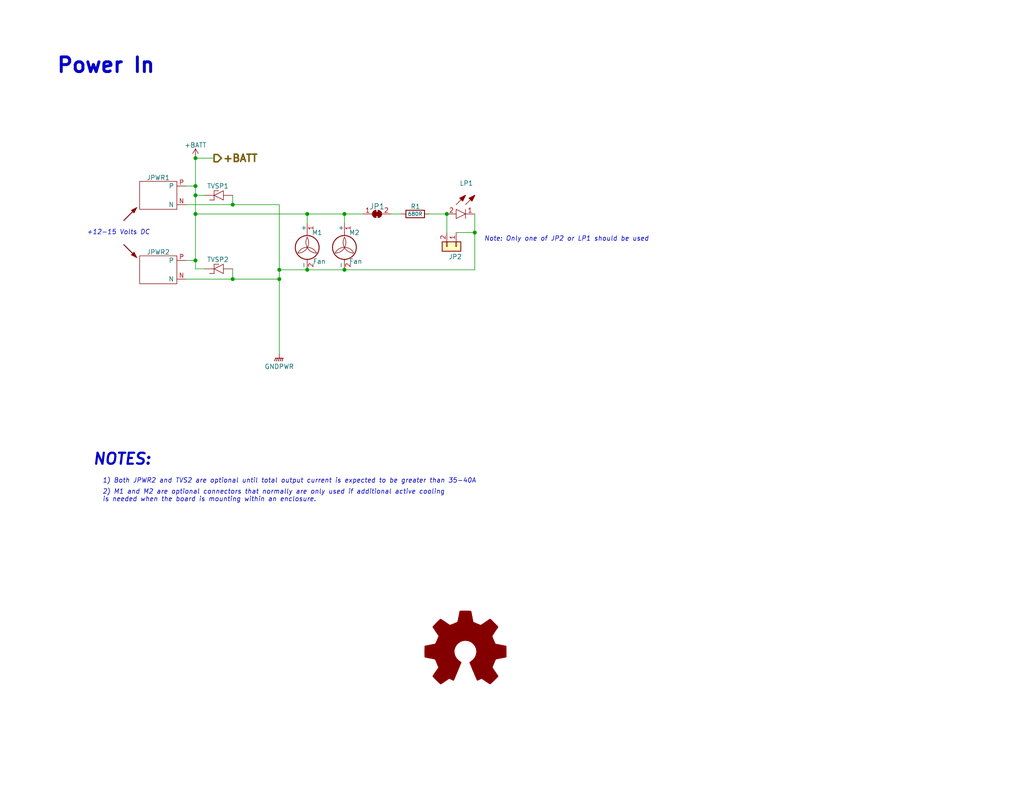
<source format=kicad_sch>
(kicad_sch (version 20211123) (generator eeschema)

  (uuid 7846e603-aa10-40cf-acde-5f6347072d29)

  (paper "USLetter")

  (title_block
    (date "2023-02-08")
    (rev "0.0.11")
    (comment 2 "http://creativecommons.org/licenses/by-sa/4.0/")
    (comment 3 "License: CC By SA 4.0")
    (comment 4 "Author: Michael Cummings")
    (comment 5 "https://ohwr.org/project/cernohl/wikis/Documents/CERN-OHL-version-2")
    (comment 6 "Hardware License: CERN-OHL-W")
  )

  (lib_symbols
    (symbol "Graphic:Logo_Open_Hardware_Large" (pin_names (offset 1.016)) (in_bom yes) (on_board yes)
      (property "Reference" "#LOGO" (id 0) (at 0 12.7 0)
        (effects (font (size 1.27 1.27)) hide)
      )
      (property "Value" "Logo_Open_Hardware_Large" (id 1) (at 0 -10.16 0)
        (effects (font (size 1.27 1.27)) hide)
      )
      (property "Footprint" "" (id 2) (at 0 0 0)
        (effects (font (size 1.27 1.27)) hide)
      )
      (property "Datasheet" "~" (id 3) (at 0 0 0)
        (effects (font (size 1.27 1.27)) hide)
      )
      (property "ki_keywords" "Logo" (id 4) (at 0 0 0)
        (effects (font (size 1.27 1.27)) hide)
      )
      (property "ki_description" "Open Hardware logo, large" (id 5) (at 0 0 0)
        (effects (font (size 1.27 1.27)) hide)
      )
      (symbol "Logo_Open_Hardware_Large_1_1"
        (polyline
          (pts
            (xy 6.731 -8.7122)
            (xy 6.6294 -8.6614)
            (xy 6.35 -8.4836)
            (xy 5.9944 -8.255)
            (xy 5.5372 -7.9502)
            (xy 5.1054 -7.6454)
            (xy 4.7498 -7.4168)
            (xy 4.4958 -7.239)
            (xy 4.3942 -7.1882)
            (xy 4.318 -7.2136)
            (xy 4.1148 -7.3152)
            (xy 3.81 -7.4676)
            (xy 3.6322 -7.5692)
            (xy 3.3528 -7.6708)
            (xy 3.2258 -7.6962)
            (xy 3.2004 -7.6708)
            (xy 3.0988 -7.4676)
            (xy 2.9464 -7.0866)
            (xy 2.7178 -6.604)
            (xy 2.4892 -6.0452)
            (xy 2.2352 -5.4356)
            (xy 1.9558 -4.826)
            (xy 1.7272 -4.2164)
            (xy 1.4986 -3.683)
            (xy 1.3208 -3.2512)
            (xy 1.2192 -2.9464)
            (xy 1.1684 -2.8194)
            (xy 1.1938 -2.794)
            (xy 1.3208 -2.667)
            (xy 1.5748 -2.4892)
            (xy 2.0828 -2.0574)
            (xy 2.6162 -1.397)
            (xy 2.921 -0.6604)
            (xy 3.048 0.1524)
            (xy 2.9464 0.9144)
            (xy 2.6416 1.6256)
            (xy 2.1336 2.286)
            (xy 1.524 2.7686)
            (xy 0.8128 3.0734)
            (xy 0 3.175)
            (xy -0.762 3.0988)
            (xy -1.4986 2.794)
            (xy -2.159 2.286)
            (xy -2.4384 1.9812)
            (xy -2.8194 1.3208)
            (xy -3.048 0.6096)
            (xy -3.0734 0.4318)
            (xy -3.0226 -0.3556)
            (xy -2.794 -1.0922)
            (xy -2.3876 -1.7526)
            (xy -1.8288 -2.3114)
            (xy -1.7526 -2.3622)
            (xy -1.4732 -2.5654)
            (xy -1.2954 -2.6924)
            (xy -1.1684 -2.8194)
            (xy -2.159 -5.207)
            (xy -2.3114 -5.588)
            (xy -2.5908 -6.2484)
            (xy -2.8194 -6.8072)
            (xy -3.0226 -7.2644)
            (xy -3.1496 -7.5692)
            (xy -3.2258 -7.6708)
            (xy -3.2258 -7.6962)
            (xy -3.302 -7.6962)
            (xy -3.4798 -7.6454)
            (xy -3.8354 -7.4676)
            (xy -4.0386 -7.366)
            (xy -4.2926 -7.239)
            (xy -4.4196 -7.1882)
            (xy -4.5212 -7.239)
            (xy -4.7498 -7.3914)
            (xy -5.1054 -7.6454)
            (xy -5.5372 -7.9248)
            (xy -5.9436 -8.2042)
            (xy -6.3246 -8.4582)
            (xy -6.604 -8.636)
            (xy -6.731 -8.7122)
            (xy -6.7564 -8.7122)
            (xy -6.858 -8.636)
            (xy -7.0866 -8.4582)
            (xy -7.4168 -8.1534)
            (xy -7.874 -7.6962)
            (xy -7.9502 -7.62)
            (xy -8.3312 -7.239)
            (xy -8.636 -6.9088)
            (xy -8.8392 -6.6802)
            (xy -8.9154 -6.5786)
            (xy -8.9154 -6.5786)
            (xy -8.8392 -6.4516)
            (xy -8.6614 -6.1722)
            (xy -8.4328 -5.7912)
            (xy -8.128 -5.3594)
            (xy -7.3152 -4.191)
            (xy -7.7724 -3.0988)
            (xy -7.8994 -2.7686)
            (xy -8.0772 -2.3622)
            (xy -8.2042 -2.0828)
            (xy -8.255 -1.9558)
            (xy -8.382 -1.905)
            (xy -8.6614 -1.8542)
            (xy -9.0932 -1.7526)
            (xy -9.6266 -1.651)
            (xy -10.1092 -1.5748)
            (xy -10.541 -1.4732)
            (xy -10.8712 -1.4224)
            (xy -11.0236 -1.397)
            (xy -11.049 -1.3716)
            (xy -11.0744 -1.2954)
            (xy -11.0998 -1.143)
            (xy -11.0998 -0.889)
            (xy -11.1252 -0.4572)
            (xy -11.1252 0.1524)
            (xy -11.1252 0.2286)
            (xy -11.0998 0.8128)
            (xy -11.0998 1.27)
            (xy -11.0744 1.5494)
            (xy -11.0744 1.6764)
            (xy -11.0744 1.6764)
            (xy -10.922 1.7018)
            (xy -10.6172 1.778)
            (xy -10.16 1.8542)
            (xy -9.652 1.9558)
            (xy -9.6012 1.9812)
            (xy -9.0932 2.0828)
            (xy -8.636 2.159)
            (xy -8.3312 2.2352)
            (xy -8.2042 2.286)
            (xy -8.1788 2.3114)
            (xy -8.0772 2.5146)
            (xy -7.9248 2.8448)
            (xy -7.747 3.2512)
            (xy -7.5692 3.6576)
            (xy -7.4168 4.0386)
            (xy -7.3152 4.318)
            (xy -7.2898 4.445)
            (xy -7.2898 4.445)
            (xy -7.366 4.572)
            (xy -7.5438 4.826)
            (xy -7.7978 5.207)
            (xy -8.128 5.6642)
            (xy -8.128 5.6896)
            (xy -8.4328 6.1468)
            (xy -8.6868 6.5278)
            (xy -8.8392 6.7818)
            (xy -8.9154 6.9088)
            (xy -8.9154 6.9088)
            (xy -8.8138 7.0358)
            (xy -8.5852 7.2898)
            (xy -8.255 7.6454)
            (xy -7.874 8.0264)
            (xy -7.747 8.1534)
            (xy -7.3152 8.5852)
            (xy -7.0104 8.8646)
            (xy -6.8326 8.9916)
            (xy -6.731 9.0424)
            (xy -6.731 9.0424)
            (xy -6.604 8.9408)
            (xy -6.3246 8.763)
            (xy -5.9436 8.509)
            (xy -5.4864 8.2042)
            (xy -5.461 8.1788)
            (xy -5.0038 7.874)
            (xy -4.6482 7.62)
            (xy -4.3688 7.4422)
            (xy -4.2672 7.3914)
            (xy -4.2418 7.3914)
            (xy -4.064 7.4422)
            (xy -3.7338 7.5438)
            (xy -3.3528 7.6962)
            (xy -2.9464 7.874)
            (xy -2.5654 8.0264)
            (xy -2.286 8.1534)
            (xy -2.159 8.2296)
            (xy -2.159 8.2296)
            (xy -2.1082 8.382)
            (xy -2.032 8.7122)
            (xy -1.9304 9.1694)
            (xy -1.8288 9.7282)
            (xy -1.8034 9.8044)
            (xy -1.7018 10.3378)
            (xy -1.6256 10.7696)
            (xy -1.5748 11.0744)
            (xy -1.524 11.2014)
            (xy -1.4478 11.2268)
            (xy -1.1938 11.2522)
            (xy -0.8128 11.2522)
            (xy -0.3302 11.2522)
            (xy 0.1524 11.2522)
            (xy 0.6604 11.2522)
            (xy 1.0668 11.2268)
            (xy 1.3716 11.2014)
            (xy 1.4986 11.176)
            (xy 1.4986 11.176)
            (xy 1.5494 11.0236)
            (xy 1.6256 10.6934)
            (xy 1.7018 10.2108)
            (xy 1.8288 9.6774)
            (xy 1.8288 9.5758)
            (xy 1.9304 9.0424)
            (xy 2.032 8.6106)
            (xy 2.0828 8.3058)
            (xy 2.1336 8.2042)
            (xy 2.159 8.1788)
            (xy 2.3876 8.0772)
            (xy 2.7432 7.9248)
            (xy 3.175 7.747)
            (xy 4.191 7.3406)
            (xy 5.461 8.2042)
            (xy 5.5626 8.2804)
            (xy 6.0198 8.5852)
            (xy 6.3754 8.8392)
            (xy 6.6294 8.9916)
            (xy 6.7564 9.0424)
            (xy 6.7564 9.0424)
            (xy 6.8834 8.9408)
            (xy 7.1374 8.7122)
            (xy 7.4676 8.382)
            (xy 7.8486 7.9756)
            (xy 8.1534 7.6962)
            (xy 8.4836 7.3406)
            (xy 8.7122 7.112)
            (xy 8.8392 6.9596)
            (xy 8.8646 6.858)
            (xy 8.8646 6.8072)
            (xy 8.7884 6.6802)
            (xy 8.6106 6.4008)
            (xy 8.3312 6.0198)
            (xy 8.0264 5.588)
            (xy 7.7978 5.207)
            (xy 7.5184 4.8006)
            (xy 7.3406 4.4958)
            (xy 7.2898 4.3434)
            (xy 7.2898 4.2926)
            (xy 7.3914 4.0386)
            (xy 7.5184 3.683)
            (xy 7.7216 3.2258)
            (xy 8.1534 2.2352)
            (xy 8.7884 2.1082)
            (xy 9.1948 2.0574)
            (xy 9.7536 1.9304)
            (xy 10.2616 1.8288)
            (xy 11.0998 1.6764)
            (xy 11.1252 -1.3208)
            (xy 10.9982 -1.3716)
            (xy 10.8712 -1.397)
            (xy 10.5664 -1.4732)
            (xy 10.1346 -1.5494)
            (xy 9.6266 -1.651)
            (xy 9.1948 -1.7272)
            (xy 8.7376 -1.8288)
            (xy 8.4328 -1.8796)
            (xy 8.2804 -1.905)
            (xy 8.255 -1.9558)
            (xy 8.1534 -2.159)
            (xy 7.9756 -2.5146)
            (xy 7.8232 -2.921)
            (xy 7.6454 -3.3274)
            (xy 7.493 -3.7338)
            (xy 7.366 -4.0132)
            (xy 7.3406 -4.191)
            (xy 7.3914 -4.2926)
            (xy 7.5692 -4.5466)
            (xy 7.7978 -4.9276)
            (xy 8.1026 -5.3594)
            (xy 8.4074 -5.7912)
            (xy 8.6614 -6.1722)
            (xy 8.8138 -6.4262)
            (xy 8.89 -6.5532)
            (xy 8.8646 -6.6548)
            (xy 8.6868 -6.858)
            (xy 8.3566 -7.1882)
            (xy 7.874 -7.6708)
            (xy 7.7978 -7.747)
            (xy 7.3914 -8.128)
            (xy 7.0612 -8.4328)
            (xy 6.8326 -8.636)
            (xy 6.731 -8.7122)
          )
          (stroke (width 0) (type default) (color 0 0 0 0))
          (fill (type outline))
        )
      )
    )
    (symbol "Graphic:SYM_Arrow45_Normal" (pin_names (offset 1.016)) (in_bom yes) (on_board yes)
      (property "Reference" "#SYM" (id 0) (at 3.81 1.27 0)
        (effects (font (size 1.27 1.27)) hide)
      )
      (property "Value" "SYM_Arrow45_Normal" (id 1) (at 0 -2.54 0)
        (effects (font (size 1.27 1.27)) hide)
      )
      (property "Footprint" "" (id 2) (at 0 0 0)
        (effects (font (size 1.27 1.27)) hide)
      )
      (property "Datasheet" "~" (id 3) (at 0 0 0)
        (effects (font (size 1.27 1.27)) hide)
      )
      (property "ki_keywords" "symbol arrow angled 45°" (id 4) (at 0 0 0)
        (effects (font (size 1.27 1.27)) hide)
      )
      (property "ki_description" "Filled 45° arrow, 200mil" (id 5) (at 0 0 0)
        (effects (font (size 1.27 1.27)) hide)
      )
      (symbol "SYM_Arrow45_Normal_0_1"
        (polyline
          (pts
            (xy 1.524 -1.524)
            (xy -1.778 1.778)
          )
          (stroke (width 0.254) (type default) (color 0 0 0 0))
          (fill (type none))
        )
        (polyline
          (pts
            (xy 1.778 -1.778)
            (xy 0.254 -1.016)
            (xy 1.016 -0.254)
            (xy 1.778 -1.778)
          )
          (stroke (width 0) (type default) (color 0 0 0 0))
          (fill (type outline))
        )
      )
    )
    (symbol "Jumper:SolderJumper_2_Bridged" (pin_names (offset 0) hide) (in_bom yes) (on_board yes)
      (property "Reference" "JP" (id 0) (at 0 2.032 0)
        (effects (font (size 1.27 1.27)))
      )
      (property "Value" "SolderJumper_2_Bridged" (id 1) (at 0 -2.54 0)
        (effects (font (size 1.27 1.27)))
      )
      (property "Footprint" "" (id 2) (at 0 0 0)
        (effects (font (size 1.27 1.27)) hide)
      )
      (property "Datasheet" "~" (id 3) (at 0 0 0)
        (effects (font (size 1.27 1.27)) hide)
      )
      (property "ki_keywords" "solder jumper SPST" (id 4) (at 0 0 0)
        (effects (font (size 1.27 1.27)) hide)
      )
      (property "ki_description" "Solder Jumper, 2-pole, closed/bridged" (id 5) (at 0 0 0)
        (effects (font (size 1.27 1.27)) hide)
      )
      (property "ki_fp_filters" "SolderJumper*Bridged*" (id 6) (at 0 0 0)
        (effects (font (size 1.27 1.27)) hide)
      )
      (symbol "SolderJumper_2_Bridged_0_1"
        (rectangle (start -0.508 0.508) (end 0.508 -0.508)
          (stroke (width 0) (type default) (color 0 0 0 0))
          (fill (type outline))
        )
        (arc (start -0.254 1.016) (mid -1.27 0) (end -0.254 -1.016)
          (stroke (width 0) (type default) (color 0 0 0 0))
          (fill (type none))
        )
        (arc (start -0.254 1.016) (mid -1.27 0) (end -0.254 -1.016)
          (stroke (width 0) (type default) (color 0 0 0 0))
          (fill (type outline))
        )
        (polyline
          (pts
            (xy -0.254 1.016)
            (xy -0.254 -1.016)
          )
          (stroke (width 0) (type default) (color 0 0 0 0))
          (fill (type none))
        )
        (polyline
          (pts
            (xy 0.254 1.016)
            (xy 0.254 -1.016)
          )
          (stroke (width 0) (type default) (color 0 0 0 0))
          (fill (type none))
        )
        (arc (start 0.254 -1.016) (mid 1.27 0) (end 0.254 1.016)
          (stroke (width 0) (type default) (color 0 0 0 0))
          (fill (type none))
        )
        (arc (start 0.254 -1.016) (mid 1.27 0) (end 0.254 1.016)
          (stroke (width 0) (type default) (color 0 0 0 0))
          (fill (type outline))
        )
      )
      (symbol "SolderJumper_2_Bridged_1_1"
        (pin passive line (at -3.81 0 0) (length 2.54)
          (name "A" (effects (font (size 1.27 1.27))))
          (number "1" (effects (font (size 1.27 1.27))))
        )
        (pin passive line (at 3.81 0 180) (length 2.54)
          (name "B" (effects (font (size 1.27 1.27))))
          (number "2" (effects (font (size 1.27 1.27))))
        )
      )
    )
    (symbol "Motor:Fan" (pin_names (offset 0)) (in_bom yes) (on_board yes)
      (property "Reference" "M" (id 0) (at 2.54 5.08 0)
        (effects (font (size 1.27 1.27)) (justify left))
      )
      (property "Value" "Fan" (id 1) (at 2.54 -2.54 0)
        (effects (font (size 1.27 1.27)) (justify left top))
      )
      (property "Footprint" "" (id 2) (at 0 0.254 0)
        (effects (font (size 1.27 1.27)) hide)
      )
      (property "Datasheet" "~" (id 3) (at 0 0.254 0)
        (effects (font (size 1.27 1.27)) hide)
      )
      (property "ki_keywords" "Fan Motor" (id 4) (at 0 0 0)
        (effects (font (size 1.27 1.27)) hide)
      )
      (property "ki_description" "Fan" (id 5) (at 0 0 0)
        (effects (font (size 1.27 1.27)) hide)
      )
      (property "ki_fp_filters" "PinHeader*P2.54mm* TerminalBlock*" (id 6) (at 0 0 0)
        (effects (font (size 1.27 1.27)) hide)
      )
      (symbol "Fan_0_1"
        (arc (start -2.54 -0.508) (mid 0.0028 0.9121) (end 0 3.81)
          (stroke (width 0) (type default) (color 0 0 0 0))
          (fill (type none))
        )
        (polyline
          (pts
            (xy 0 -5.08)
            (xy 0 -4.572)
          )
          (stroke (width 0) (type default) (color 0 0 0 0))
          (fill (type none))
        )
        (polyline
          (pts
            (xy 0 -2.2352)
            (xy 0 -2.6416)
          )
          (stroke (width 0) (type default) (color 0 0 0 0))
          (fill (type none))
        )
        (polyline
          (pts
            (xy 0 4.2672)
            (xy 0 4.6228)
          )
          (stroke (width 0) (type default) (color 0 0 0 0))
          (fill (type none))
        )
        (polyline
          (pts
            (xy 0 4.572)
            (xy 0 5.08)
          )
          (stroke (width 0) (type default) (color 0 0 0 0))
          (fill (type none))
        )
        (circle (center 0 1.016) (radius 3.2512)
          (stroke (width 0.254) (type default) (color 0 0 0 0))
          (fill (type none))
        )
        (arc (start 0 3.81) (mid 0.053 0.921) (end 2.54 -0.508)
          (stroke (width 0) (type default) (color 0 0 0 0))
          (fill (type none))
        )
        (arc (start 2.54 -0.508) (mid 0 1.0618) (end -2.54 -0.508)
          (stroke (width 0) (type default) (color 0 0 0 0))
          (fill (type none))
        )
      )
      (symbol "Fan_1_1"
        (pin passive line (at 0 7.62 270) (length 2.54)
          (name "+" (effects (font (size 1.27 1.27))))
          (number "1" (effects (font (size 1.27 1.27))))
        )
        (pin passive line (at 0 -5.08 90) (length 2.54)
          (name "-" (effects (font (size 1.27 1.27))))
          (number "2" (effects (font (size 1.27 1.27))))
        )
      )
    )
    (symbol "SM6T18AY_1" (pin_numbers hide) (pin_names (offset 0.762) hide) (in_bom yes) (on_board yes)
      (property "Reference" "D" (id 0) (at 0 5.08 0)
        (effects (font (size 1.27 1.27)) (justify left))
      )
      (property "Value" "SM6T18AY_1" (id 1) (at 0 2.54 0)
        (effects (font (size 1.27 1.27)) (justify left) hide)
      )
      (property "Footprint" "dragon_mobile:SM6T18AY" (id 2) (at 0 -6.35 0)
        (effects (font (size 1.27 1.27)) (justify left) hide)
      )
      (property "Datasheet" "https://www.mouser.com/datasheet/2/389/sm6t10ay-2956119.pdf" (id 3) (at 0 -8.89 0)
        (effects (font (size 1.27 1.27)) (justify left) hide)
      )
      (property "Description" "Uni-Directional TVS Diode, 15.3V Working, 17.1V breakdown, 600W peak, SMD 2-Pin DO-214AA (SMB), AEC-Q100" (id 4) (at 0 -11.43 0)
        (effects (font (size 1.27 1.27)) (justify left) hide)
      )
      (property "MFN" "STMicroelectronics" (id 5) (at 0 -13.97 0)
        (effects (font (size 1.27 1.27)) (justify left) hide)
      )
      (property "MFP" "SM6T18AY" (id 6) (at 0 -16.51 0)
        (effects (font (size 1.27 1.27)) (justify left) hide)
      )
      (property "Package" "DO-214AA" (id 7) (at 0 -19.05 0)
        (effects (font (size 1.27 1.27)) (justify left) hide)
      )
      (property "Type" "SMD" (id 8) (at 0 -21.59 0)
        (effects (font (size 1.27 1.27)) (justify left) hide)
      )
      (property "Characteristics" "Uni-Directional TVS Diode, 15.3V Working, 17.1V breakdown, 600W peak, SMD 2-Pin DO-214AA (SMB), AEC-Q100" (id 9) (at 0 -26.035 0)
        (effects (font (size 1.27 1.27)) (justify left) hide)
      )
      (property "Your Instructions/Notes" "~" (id 10) (at 0 -23.495 0)
        (effects (font (size 1.27 1.27)) (justify left) hide)
      )
      (property "Height (mm)" "2.65" (id 11) (at 0 -28.575 0)
        (effects (font (size 1.27 1.27)) (justify left) hide)
      )
      (property "Mouser Part Number" "511-SM6T18AY" (id 12) (at 0 -31.115 0)
        (effects (font (size 1.27 1.27)) (justify left) hide)
      )
      (property "Mouser Price/Stock" "https://www.mouser.com/ProductDetail/STMicroelectronics/SM6T18AY?qs=94V4QatVK%252BcDIsO0p2IEXQ%3D%3D" (id 13) (at 0 -33.655 0)
        (effects (font (size 1.27 1.27)) (justify left) hide)
      )
      (property "ki_keywords" "TVS Diode EMS Suppression Unidirectional" (id 14) (at 0 0 0)
        (effects (font (size 1.27 1.27)) hide)
      )
      (property "ki_description" "Uni-Directional TVS Diode, 15.3V Working, 17.1V breakdown, 600W peak, SMD 2-Pin DO-214AA (SMB), AEC-Q100" (id 15) (at 0 0 0)
        (effects (font (size 1.27 1.27)) hide)
      )
      (symbol "SM6T18AY_1_0_0"
        (pin passive line (at 0 0 0) (length 2.54)
          (name "~" (effects (font (size 1.27 1.27))))
          (number "1" (effects (font (size 1.27 1.27))))
        )
        (pin passive line (at 7.62 0 180) (length 2.54)
          (name "~" (effects (font (size 1.27 1.27))))
          (number "2" (effects (font (size 1.27 1.27))))
        )
      )
      (symbol "SM6T18AY_1_0_1"
        (polyline
          (pts
            (xy 2.54 -1.27)
            (xy 1.27 -1.27)
          )
          (stroke (width 0) (type default) (color 0 0 0 0))
          (fill (type none))
        )
        (polyline
          (pts
            (xy 2.54 1.27)
            (xy 2.54 -1.27)
          )
          (stroke (width 0) (type default) (color 0 0 0 0))
          (fill (type none))
        )
        (polyline
          (pts
            (xy 2.54 1.27)
            (xy 3.81 1.27)
          )
          (stroke (width 0) (type default) (color 0 0 0 0))
          (fill (type none))
        )
        (polyline
          (pts
            (xy 2.54 0)
            (xy 5.08 1.27)
            (xy 5.08 -1.27)
            (xy 2.54 0)
          )
          (stroke (width 0) (type default) (color 0 0 0 0))
          (fill (type none))
        )
      )
    )
    (symbol "dragon_mobile:680R" (pin_numbers hide) (pin_names (offset 0.762) hide) (in_bom yes) (on_board yes)
      (property "Reference" "R" (id 0) (at 1.524 1.27 0)
        (effects (font (size 1.27 1.27)) (justify left))
      )
      (property "Value" "680R" (id 1) (at 0 -2.286 90)
        (effects (font (size 1.27 1.27)) (justify left))
      )
      (property "Footprint" "Resistor_SMD:R_0805_2012Metric" (id 2) (at -0.254 -13.462 0)
        (effects (font (size 1.27 1.27)) (justify left) hide)
      )
      (property "Datasheet" "https://www.mouser.com/datasheet/2/348/sdr_e-3009658.pdf" (id 3) (at -0.254 -16.002 0)
        (effects (font (size 1.27 1.27)) (justify left) hide)
      )
      (property "Description" "Thick Film Resistors 680Ohms, 5%, 500mW, Anti-Surge, SMD 0805" (id 4) (at -0.254 -18.542 0)
        (effects (font (size 1.27 1.27)) (justify left) hide)
      )
      (property "Height (mm)" "0.55" (id 5) (at -0.254 -26.162 0)
        (effects (font (size 1.27 1.27)) (justify left) hide)
      )
      (property "MFN" "ROHM Semiconductor" (id 6) (at -0.254 -28.702 0)
        (effects (font (size 1.27 1.27)) (justify left) hide)
      )
      (property "MFP" "SDR10EZPJ681" (id 7) (at -0.254 -31.242 0)
        (effects (font (size 1.27 1.27)) (justify left) hide)
      )
      (property "Mouser Part Number" "755-SDR10EZPJ681" (id 8) (at -0.254 -21.082 0)
        (effects (font (size 1.27 1.27)) (justify left) hide)
      )
      (property "Mouser Price/Stock" "https://www.mouser.com/ProductDetail/ROHM-Semiconductor/SDR10EZPJ681?qs=MyNHzdoqoQLanw95owtKRg%3D%3D" (id 9) (at -0.254 -23.622 0)
        (effects (font (size 1.27 1.27)) (justify left) hide)
      )
      (property "Characteristics" "Thick Film Resistors 680Ohms, 5%, 500mW, Anti-Surge, SMD 0805" (id 10) (at 0 -33.274 0)
        (effects (font (size 1.27 1.27)) (justify left) hide)
      )
      (property "ki_keywords" "Thick Film Resistors SMD" (id 11) (at 0 0 0)
        (effects (font (size 1.27 1.27)) hide)
      )
      (property "ki_description" "Thick Film Resistors - SMD, 600V overload voltage" (id 12) (at 0 0 0)
        (effects (font (size 1.27 1.27)) hide)
      )
      (symbol "680R_0_1"
        (rectangle (start -1.016 -2.54) (end 1.016 2.54)
          (stroke (width 0.254) (type default) (color 0 0 0 0))
          (fill (type none))
        )
      )
      (symbol "680R_1_1"
        (pin passive line (at 0 3.81 270) (length 1.27)
          (name "~" (effects (font (size 1.27 1.27))))
          (number "1" (effects (font (size 1.27 1.27))))
        )
        (pin passive line (at 0 -3.81 90) (length 1.27)
          (name "~" (effects (font (size 1.27 1.27))))
          (number "2" (effects (font (size 1.27 1.27))))
        )
      )
    )
    (symbol "dragon_mobile:Conn_01x02" (pin_names (offset 1.016) hide) (in_bom yes) (on_board yes)
      (property "Reference" "JP2" (id 0) (at 0 2.54 0)
        (effects (font (size 1 1)))
      )
      (property "Value" "Conn_01x02" (id 1) (at 0 -5.08 0)
        (effects (font (size 1 1)) hide)
      )
      (property "Footprint" "dragon_mobile:PinHeader_1x02_P1.00mm_Vertical" (id 2) (at 0 -11.43 0)
        (effects (font (size 1 1)) (justify left) hide)
      )
      (property "Datasheet" "~" (id 3) (at 0 -13.335 0)
        (effects (font (size 1 1)) (justify left) hide)
      )
      (property "Description" "Pin Header; 1mm 1x2 Vertical" (id 4) (at 0 -15.24 0)
        (effects (font (size 1 1)) (justify left) hide)
      )
      (property "Package" "Other" (id 5) (at 0 -17.145 0)
        (effects (font (size 1 1)) (justify left) hide)
      )
      (property "Type" "THT" (id 6) (at 0 -19.05 0)
        (effects (font (size 1 1)) (justify left) hide)
      )
      (property "ki_keywords" "connector" (id 7) (at 0 0 0)
        (effects (font (size 1.27 1.27)) hide)
      )
      (property "ki_description" "Generic connector, single row, 01x02, script generated (kicad-library-utils/schlib/autogen/connector/)" (id 8) (at 0 0 0)
        (effects (font (size 1.27 1.27)) hide)
      )
      (property "ki_fp_filters" "Connector*:*_1x??_*" (id 9) (at 0 0 0)
        (effects (font (size 1.27 1.27)) hide)
      )
      (symbol "Conn_01x02_1_1"
        (rectangle (start -1.27 -2.413) (end 0 -2.667)
          (stroke (width 0.1524) (type default) (color 0 0 0 0))
          (fill (type none))
        )
        (rectangle (start -1.27 0.127) (end 0 -0.127)
          (stroke (width 0.1524) (type default) (color 0 0 0 0))
          (fill (type none))
        )
        (rectangle (start -1.27 1.27) (end 1.27 -3.81)
          (stroke (width 0.254) (type default) (color 0 0 0 0))
          (fill (type background))
        )
        (pin passive line (at -3.81 0 0) (length 2.54)
          (name "Pin_1" (effects (font (size 1.27 1.27))))
          (number "1" (effects (font (size 1.27 1.27))))
        )
        (pin passive line (at -3.81 -2.54 0) (length 2.54)
          (name "Pin_2" (effects (font (size 1.27 1.27))))
          (number "2" (effects (font (size 1.27 1.27))))
        )
      )
    )
    (symbol "dragon_mobile:LTST-C190KGKT" (pin_names (offset 0.762)) (in_bom yes) (on_board yes)
      (property "Reference" "LEDP1" (id 0) (at 2.54 6.35 0)
        (effects (font (size 1 1)))
      )
      (property "Value" "LTST-C190KGKT" (id 1) (at 6.35 -2.54 0)
        (effects (font (size 1 1)) hide)
      )
      (property "Footprint" "dragon_mobile:LEDC1608X80N" (id 2) (at 0 -7.62 0)
        (effects (font (size 1 1)) (justify left) hide)
      )
      (property "Datasheet" "https://optoelectronics.liteon.com/upload/download/DS22-2000-074/LTST-C190KGKT.PDF" (id 3) (at 0 -9.525 0)
        (effects (font (size 1 1)) (justify left) hide)
      )
      (property "Description" "Green LED (571 nm); Rectangle Lens; Top Viewing; 1608 (0603) SMD Package" (id 4) (at 0 -11.43 0)
        (effects (font (size 1 1)) (justify left) hide)
      )
      (property "MFN" "Lite-On" (id 5) (at 0 -15.24 0)
        (effects (font (size 1 1)) (justify left) hide)
      )
      (property "MFP" "LTST-C190KGKT" (id 6) (at 0 -13.335 0)
        (effects (font (size 1 1)) (justify left) hide)
      )
      (property "Package" "0603" (id 7) (at 0 -17.145 0)
        (effects (font (size 1 1)) (justify left) hide)
      )
      (property "Type" "SMD" (id 8) (at 0 -19.05 0)
        (effects (font (size 1 1)) (justify left) hide)
      )
      (property "Your Instructions/Notes" "~" (id 9) (at 0 -20.955 0)
        (effects (font (size 1 1)) (justify left) hide)
      )
      (property "Height (mm)" "0.80" (id 10) (at 0 -22.86 0)
        (effects (font (size 1 1)) (justify left) hide)
      )
      (property "Characteristics" "Green LED (571 nm); Rectangle Lens; Top Viewing; 1608 (0603) SMD Package" (id 11) (at 0 -24.765 0)
        (effects (font (size 1 1)) (justify left) hide)
      )
      (property "Mouser Part Number" "859-LTST-C190KGKT" (id 12) (at 0 -26.67 0)
        (effects (font (size 1 1)) (justify left) hide)
      )
      (property "Mouser Price/Stock" "https://www.mouser.com/ProductDetail/Lite-On/LTST-C190KGKT?qs=205qCy6M2Q%252BAdcgwUZktqw%3D%3D" (id 13) (at 0 -28.575 0)
        (effects (font (size 1 1)) (justify left) hide)
      )
      (property "ki_keywords" "Green LED SMD" (id 14) (at 0 0 0)
        (effects (font (size 1.27 1.27)) hide)
      )
      (property "ki_description" "Lite-On LTST-C190KGKT, 571 nm Green LED, 1608 (0603) SMD package" (id 15) (at 0 0 0)
        (effects (font (size 1.27 1.27)) hide)
      )
      (symbol "LTST-C190KGKT_0_0"
        (pin passive line (at 0 0 0) (length 2.54)
          (name "~" (effects (font (size 1.27 1.27))))
          (number "1" (effects (font (size 1.27 1.27))))
        )
        (pin passive line (at 7.62 0 180) (length 2.54)
          (name "~" (effects (font (size 1.27 1.27))))
          (number "2" (effects (font (size 1.27 1.27))))
        )
      )
      (symbol "LTST-C190KGKT_0_1"
        (polyline
          (pts
            (xy 2.54 1.27)
            (xy 2.54 -1.27)
          )
          (stroke (width 0.1524) (type default) (color 0 0 0 0))
          (fill (type none))
        )
        (polyline
          (pts
            (xy 2.54 2.54)
            (xy 0 5.08)
          )
          (stroke (width 0.1524) (type default) (color 0 0 0 0))
          (fill (type none))
        )
        (polyline
          (pts
            (xy 5.08 2.54)
            (xy 2.54 5.08)
          )
          (stroke (width 0.1524) (type default) (color 0 0 0 0))
          (fill (type none))
        )
        (polyline
          (pts
            (xy 1.524 4.318)
            (xy 0.762 3.556)
            (xy 0 5.08)
            (xy 1.524 4.318)
          )
          (stroke (width 0.254) (type default) (color 0 0 0 0))
          (fill (type outline))
        )
        (polyline
          (pts
            (xy 2.54 0)
            (xy 5.08 1.27)
            (xy 5.08 -1.27)
            (xy 2.54 0)
          )
          (stroke (width 0) (type default) (color 0 0 0 0))
          (fill (type none))
        )
        (polyline
          (pts
            (xy 4.064 4.318)
            (xy 3.302 3.556)
            (xy 2.54 5.08)
            (xy 4.064 4.318)
          )
          (stroke (width 0.254) (type default) (color 0 0 0 0))
          (fill (type outline))
        )
      )
    )
    (symbol "dragon_mobile:SM6T18AY" (pin_numbers hide) (pin_names (offset 0.762) hide) (in_bom yes) (on_board yes)
      (property "Reference" "D" (id 0) (at 0 5.08 0)
        (effects (font (size 1.27 1.27)) (justify left))
      )
      (property "Value" "SM6T18AY" (id 1) (at 0 2.54 0)
        (effects (font (size 1.27 1.27)) (justify left) hide)
      )
      (property "Footprint" "dragon_mobile:SM6T18AY" (id 2) (at 0 -6.35 0)
        (effects (font (size 1.27 1.27)) (justify left) hide)
      )
      (property "Datasheet" "https://www.mouser.com/datasheet/2/389/sm6t10ay-2956119.pdf" (id 3) (at 0 -8.89 0)
        (effects (font (size 1.27 1.27)) (justify left) hide)
      )
      (property "Description" "Uni-Directional TVS Diode, 15.3V Working, 17.1V breakdown, 600W peak, SMD 2-Pin DO-214AA (SMB), AEC-Q100" (id 4) (at 0 -11.43 0)
        (effects (font (size 1.27 1.27)) (justify left) hide)
      )
      (property "MFN" "STMicroelectronics" (id 5) (at 0 -13.97 0)
        (effects (font (size 1.27 1.27)) (justify left) hide)
      )
      (property "MFP" "SM6T18AY" (id 6) (at 0 -16.51 0)
        (effects (font (size 1.27 1.27)) (justify left) hide)
      )
      (property "Package" "DO-214AA" (id 7) (at 0 -19.05 0)
        (effects (font (size 1.27 1.27)) (justify left) hide)
      )
      (property "Type" "SMD" (id 8) (at 0 -21.59 0)
        (effects (font (size 1.27 1.27)) (justify left) hide)
      )
      (property "Characteristics" "Uni-Directional TVS Diode, 15.3V Working, 17.1V breakdown, 600W peak, SMD 2-Pin DO-214AA (SMB), AEC-Q100" (id 9) (at 0 -26.035 0)
        (effects (font (size 1.27 1.27)) (justify left) hide)
      )
      (property "Your Instructions/Notes" "~" (id 10) (at 0 -23.495 0)
        (effects (font (size 1.27 1.27)) (justify left) hide)
      )
      (property "Height (mm)" "2.65" (id 11) (at 0 -28.575 0)
        (effects (font (size 1.27 1.27)) (justify left) hide)
      )
      (property "Mouser Part Number" "511-SM6T18AY" (id 12) (at 0 -31.115 0)
        (effects (font (size 1.27 1.27)) (justify left) hide)
      )
      (property "Mouser Price/Stock" "https://www.mouser.com/ProductDetail/STMicroelectronics/SM6T18AY?qs=94V4QatVK%252BcDIsO0p2IEXQ%3D%3D" (id 13) (at 0 -33.655 0)
        (effects (font (size 1.27 1.27)) (justify left) hide)
      )
      (property "ki_keywords" "TVS Diode EMS Suppression Unidirectional" (id 14) (at 0 0 0)
        (effects (font (size 1.27 1.27)) hide)
      )
      (property "ki_description" "Uni-Directional TVS Diode, 15.3V Working, 17.1V breakdown, 600W peak, SMD 2-Pin DO-214AA (SMB), AEC-Q100" (id 15) (at 0 0 0)
        (effects (font (size 1.27 1.27)) hide)
      )
      (symbol "SM6T18AY_0_0"
        (pin passive line (at 0 0 0) (length 2.54)
          (name "~" (effects (font (size 1.27 1.27))))
          (number "1" (effects (font (size 1.27 1.27))))
        )
        (pin passive line (at 7.62 0 180) (length 2.54)
          (name "~" (effects (font (size 1.27 1.27))))
          (number "2" (effects (font (size 1.27 1.27))))
        )
      )
      (symbol "SM6T18AY_0_1"
        (polyline
          (pts
            (xy 2.54 -1.27)
            (xy 1.27 -1.27)
          )
          (stroke (width 0) (type default) (color 0 0 0 0))
          (fill (type none))
        )
        (polyline
          (pts
            (xy 2.54 1.27)
            (xy 2.54 -1.27)
          )
          (stroke (width 0) (type default) (color 0 0 0 0))
          (fill (type none))
        )
        (polyline
          (pts
            (xy 2.54 1.27)
            (xy 3.81 1.27)
          )
          (stroke (width 0) (type default) (color 0 0 0 0))
          (fill (type none))
        )
        (polyline
          (pts
            (xy 2.54 0)
            (xy 5.08 1.27)
            (xy 5.08 -1.27)
            (xy 2.54 0)
          )
          (stroke (width 0) (type default) (color 0 0 0 0))
          (fill (type none))
        )
      )
    )
    (symbol "dragon_mobile:XT60PW-M" (pin_names (offset 0.762)) (in_bom yes) (on_board yes)
      (property "Reference" "J" (id 0) (at -5.08 7.62 0)
        (effects (font (size 1.27 1.27)) (justify left))
      )
      (property "Value" "XT60PW-M" (id 1) (at -5.08 5.08 0)
        (effects (font (size 1.27 1.27)) (justify left) hide)
      )
      (property "Footprint" "dragon_mobile:XT60PWM" (id 2) (at 16.51 -11.43 0)
        (effects (font (size 1.27 1.27)) (justify left) hide)
      )
      (property "Datasheet" "https://www.tme.eu/Document/9b8d0c5eb7094295f3d3112c214d3ade/XT60PW%20SPEC.pdf" (id 3) (at 16.51 -13.97 0)
        (effects (font (size 1.27 1.27)) (justify left) hide)
      )
      (property "Description" "Socket; DC supply; XT60; male; PIN: 2; on PCBs; THT; Colour: yellow" (id 4) (at 16.51 -16.51 0)
        (effects (font (size 1.27 1.27)) (justify left) hide)
      )
      (property "Height" "8.4" (id 5) (at 16.51 -19.05 0)
        (effects (font (size 1.27 1.27)) (justify left) hide)
      )
      (property "Manufacturer_Name" "Changzou Amass Elec" (id 6) (at 16.51 -21.59 0)
        (effects (font (size 1.27 1.27)) (justify left) hide)
      )
      (property "Manufacturer_Part_Number" "XT60PW-M" (id 7) (at 16.51 -24.13 0)
        (effects (font (size 1.27 1.27)) (justify left) hide)
      )
      (property "Mouser Part Number" "" (id 8) (at 16.51 -12.7 0)
        (effects (font (size 1.27 1.27)) (justify left) hide)
      )
      (property "Mouser Price/Stock" "" (id 9) (at 16.51 -15.24 0)
        (effects (font (size 1.27 1.27)) (justify left) hide)
      )
      (property "Arrow Part Number" "" (id 10) (at 16.51 -17.78 0)
        (effects (font (size 1.27 1.27)) (justify left) hide)
      )
      (property "Arrow Price/Stock" "" (id 11) (at 16.51 -20.32 0)
        (effects (font (size 1.27 1.27)) (justify left) hide)
      )
      (property "ki_description" "Socket; DC supply; XT60; male; PIN: 2; on PCBs; THT; Colour: yellow" (id 12) (at 0 0 0)
        (effects (font (size 1.27 1.27)) hide)
      )
      (symbol "XT60PW-M_0_0"
        (pin power_out line (at 7.62 -2.54 180) (length 2.54)
          (name "N" (effects (font (size 1.27 1.27))))
          (number "N" (effects (font (size 1.27 1.27))))
        )
        (pin power_out line (at 7.62 2.54 180) (length 2.54)
          (name "P" (effects (font (size 1.27 1.27))))
          (number "P" (effects (font (size 1.27 1.27))))
        )
      )
      (symbol "XT60PW-M_0_1"
        (polyline
          (pts
            (xy 5.08 -3.81)
            (xy -5.08 -3.81)
            (xy -5.08 3.81)
            (xy 5.08 3.81)
            (xy 5.08 -3.81)
          )
          (stroke (width 0.1524) (type default) (color 0 0 0 0))
          (fill (type none))
        )
      )
    )
    (symbol "power:+BATT" (power) (pin_names (offset 0)) (in_bom yes) (on_board yes)
      (property "Reference" "#PWR" (id 0) (at 0 -3.81 0)
        (effects (font (size 1.27 1.27)) hide)
      )
      (property "Value" "+BATT" (id 1) (at 0 3.556 0)
        (effects (font (size 1.27 1.27)))
      )
      (property "Footprint" "" (id 2) (at 0 0 0)
        (effects (font (size 1.27 1.27)) hide)
      )
      (property "Datasheet" "" (id 3) (at 0 0 0)
        (effects (font (size 1.27 1.27)) hide)
      )
      (property "ki_keywords" "power-flag battery" (id 4) (at 0 0 0)
        (effects (font (size 1.27 1.27)) hide)
      )
      (property "ki_description" "Power symbol creates a global label with name \"+BATT\"" (id 5) (at 0 0 0)
        (effects (font (size 1.27 1.27)) hide)
      )
      (symbol "+BATT_0_1"
        (polyline
          (pts
            (xy -0.762 1.27)
            (xy 0 2.54)
          )
          (stroke (width 0) (type default) (color 0 0 0 0))
          (fill (type none))
        )
        (polyline
          (pts
            (xy 0 0)
            (xy 0 2.54)
          )
          (stroke (width 0) (type default) (color 0 0 0 0))
          (fill (type none))
        )
        (polyline
          (pts
            (xy 0 2.54)
            (xy 0.762 1.27)
          )
          (stroke (width 0) (type default) (color 0 0 0 0))
          (fill (type none))
        )
      )
      (symbol "+BATT_1_1"
        (pin power_in line (at 0 0 90) (length 0) hide
          (name "+BATT" (effects (font (size 1.27 1.27))))
          (number "1" (effects (font (size 1.27 1.27))))
        )
      )
    )
    (symbol "power:GNDPWR" (power) (pin_names (offset 0)) (in_bom yes) (on_board yes)
      (property "Reference" "#PWR" (id 0) (at 0 -5.08 0)
        (effects (font (size 1.27 1.27)) hide)
      )
      (property "Value" "GNDPWR" (id 1) (at 0 -3.302 0)
        (effects (font (size 1.27 1.27)))
      )
      (property "Footprint" "" (id 2) (at 0 -1.27 0)
        (effects (font (size 1.27 1.27)) hide)
      )
      (property "Datasheet" "" (id 3) (at 0 -1.27 0)
        (effects (font (size 1.27 1.27)) hide)
      )
      (property "ki_keywords" "power-flag" (id 4) (at 0 0 0)
        (effects (font (size 1.27 1.27)) hide)
      )
      (property "ki_description" "Power symbol creates a global label with name \"GNDPWR\" , power ground" (id 5) (at 0 0 0)
        (effects (font (size 1.27 1.27)) hide)
      )
      (symbol "GNDPWR_0_1"
        (polyline
          (pts
            (xy 0 -1.27)
            (xy 0 0)
          )
          (stroke (width 0) (type default) (color 0 0 0 0))
          (fill (type none))
        )
        (polyline
          (pts
            (xy -1.016 -1.27)
            (xy -1.27 -2.032)
            (xy -1.27 -2.032)
          )
          (stroke (width 0.2032) (type default) (color 0 0 0 0))
          (fill (type none))
        )
        (polyline
          (pts
            (xy -0.508 -1.27)
            (xy -0.762 -2.032)
            (xy -0.762 -2.032)
          )
          (stroke (width 0.2032) (type default) (color 0 0 0 0))
          (fill (type none))
        )
        (polyline
          (pts
            (xy 0 -1.27)
            (xy -0.254 -2.032)
            (xy -0.254 -2.032)
          )
          (stroke (width 0.2032) (type default) (color 0 0 0 0))
          (fill (type none))
        )
        (polyline
          (pts
            (xy 0.508 -1.27)
            (xy 0.254 -2.032)
            (xy 0.254 -2.032)
          )
          (stroke (width 0.2032) (type default) (color 0 0 0 0))
          (fill (type none))
        )
        (polyline
          (pts
            (xy 1.016 -1.27)
            (xy -1.016 -1.27)
            (xy -1.016 -1.27)
          )
          (stroke (width 0.2032) (type default) (color 0 0 0 0))
          (fill (type none))
        )
        (polyline
          (pts
            (xy 1.016 -1.27)
            (xy 0.762 -2.032)
            (xy 0.762 -2.032)
            (xy 0.762 -2.032)
          )
          (stroke (width 0.2032) (type default) (color 0 0 0 0))
          (fill (type none))
        )
      )
      (symbol "GNDPWR_1_1"
        (pin power_in line (at 0 0 270) (length 0) hide
          (name "GNDPWR" (effects (font (size 1.27 1.27))))
          (number "1" (effects (font (size 1.27 1.27))))
        )
      )
    )
  )

  (junction (at 53.34 43.18) (diameter 0) (color 0 0 0 0)
    (uuid 241c754c-4f2b-44c9-bf44-fcaa2d984021)
  )
  (junction (at 53.34 71.12) (diameter 0) (color 0 0 0 0)
    (uuid 29515ab9-c00e-4e88-bb80-5c05d32e74a6)
  )
  (junction (at 63.5 76.2) (diameter 0) (color 0 0 0 0)
    (uuid 2bda8faa-a9bf-4548-94e1-269ede389d93)
  )
  (junction (at 93.98 73.66) (diameter 0) (color 0 0 0 0)
    (uuid 3647510a-1004-4095-831e-8f8d79945aa8)
  )
  (junction (at 129.54 63.5) (diameter 0) (color 0 0 0 0)
    (uuid 396b5a22-76c6-450e-99ee-1c9dd86e1840)
  )
  (junction (at 53.34 53.34) (diameter 0) (color 0 0 0 0)
    (uuid 4ceee05f-7a3a-4d88-a0b5-7d422e79c87d)
  )
  (junction (at 83.82 58.42) (diameter 0) (color 0 0 0 0)
    (uuid 5e37cfb4-bcec-4d85-a6d6-355c43971774)
  )
  (junction (at 53.34 58.42) (diameter 0) (color 0 0 0 0)
    (uuid 7ffc5ffb-e33d-45fb-bfa1-672cddcad658)
  )
  (junction (at 63.5 55.88) (diameter 0) (color 0 0 0 0)
    (uuid 84387018-b97e-4ce8-b828-5e48a7501a13)
  )
  (junction (at 121.92 58.42) (diameter 0) (color 0 0 0 0)
    (uuid 8e6d5d6b-583d-4060-b21b-c72f2ebb96b3)
  )
  (junction (at 76.2 76.2) (diameter 0) (color 0 0 0 0)
    (uuid 9431b586-5da0-40d5-918d-98f19fcae7d6)
  )
  (junction (at 76.2 73.66) (diameter 0) (color 0 0 0 0)
    (uuid 9be1f5ab-b4c6-4b9f-a00e-0ed0c42998a9)
  )
  (junction (at 53.34 50.8) (diameter 0) (color 0 0 0 0)
    (uuid a7ce6b78-cb26-4e80-bc20-d398f3403d36)
  )
  (junction (at 83.82 73.66) (diameter 0) (color 0 0 0 0)
    (uuid ce87b2e0-49f1-416d-a216-97e46653a465)
  )
  (junction (at 93.98 58.42) (diameter 0) (color 0 0 0 0)
    (uuid ebb48c2b-7622-4c99-b2a5-9258089b0bda)
  )

  (wire (pts (xy 53.34 50.8) (xy 50.8 50.8))
    (stroke (width 0) (type default) (color 0 0 0 0))
    (uuid 0180cc1c-4727-48c1-9d7b-3e9c3c30ea1d)
  )
  (wire (pts (xy 83.82 73.66) (xy 93.98 73.66))
    (stroke (width 0) (type default) (color 0 0 0 0))
    (uuid 039487f1-4523-4562-8f13-19119a684c9d)
  )
  (wire (pts (xy 63.5 55.88) (xy 76.2 55.88))
    (stroke (width 0) (type default) (color 0 0 0 0))
    (uuid 15b4939b-3885-4d6d-a598-e869baed234e)
  )
  (wire (pts (xy 53.34 53.34) (xy 55.88 53.34))
    (stroke (width 0) (type default) (color 0 0 0 0))
    (uuid 16597e60-05f6-4c67-b229-73928f6c0ac0)
  )
  (wire (pts (xy 50.8 71.12) (xy 53.34 71.12))
    (stroke (width 0) (type default) (color 0 0 0 0))
    (uuid 1803c1ff-b0b0-41f5-81aa-7e77fffc80fc)
  )
  (wire (pts (xy 53.34 43.18) (xy 58.42 43.18))
    (stroke (width 0) (type default) (color 0 0 0 0))
    (uuid 1948fefd-ce32-4e4e-899b-f6c9b06150dc)
  )
  (wire (pts (xy 53.34 73.406) (xy 53.34 71.12))
    (stroke (width 0) (type default) (color 0 0 0 0))
    (uuid 1b00ca31-7585-4748-991b-a461505e406a)
  )
  (wire (pts (xy 76.2 73.66) (xy 83.82 73.66))
    (stroke (width 0) (type default) (color 0 0 0 0))
    (uuid 2489d79a-bccb-40a2-9b96-695d97bc9af2)
  )
  (wire (pts (xy 76.2 76.2) (xy 76.2 96.52))
    (stroke (width 0) (type default) (color 0 0 0 0))
    (uuid 25a6b84c-4680-4c8f-afd7-8febe224a1a6)
  )
  (wire (pts (xy 117.094 58.42) (xy 121.92 58.42))
    (stroke (width 0) (type default) (color 0 0 0 0))
    (uuid 25d70df0-40e3-4c55-9f3b-8011f1b1406c)
  )
  (wire (pts (xy 83.82 58.42) (xy 83.82 60.96))
    (stroke (width 0) (type default) (color 0 0 0 0))
    (uuid 2d934402-22bd-4821-85eb-c1ddca309e09)
  )
  (wire (pts (xy 63.5 53.34) (xy 63.5 55.88))
    (stroke (width 0) (type default) (color 0 0 0 0))
    (uuid 2e284f49-00d6-411e-be1f-6e84f17c7ee0)
  )
  (wire (pts (xy 53.34 43.18) (xy 53.34 50.8))
    (stroke (width 0) (type default) (color 0 0 0 0))
    (uuid 2fc40cab-8028-4f6e-a918-5a9af7f9f768)
  )
  (wire (pts (xy 121.92 58.42) (xy 121.92 63.5))
    (stroke (width 0) (type default) (color 0 0 0 0))
    (uuid 30c11e7a-fbd7-454b-8403-1140837b49c1)
  )
  (wire (pts (xy 129.54 73.66) (xy 93.98 73.66))
    (stroke (width 0) (type default) (color 0 0 0 0))
    (uuid 3d669d23-ec2b-412c-b437-9d78ccf81048)
  )
  (wire (pts (xy 76.2 55.88) (xy 76.2 73.66))
    (stroke (width 0) (type default) (color 0 0 0 0))
    (uuid 4e96a792-1f93-40f0-8132-904f419176b3)
  )
  (wire (pts (xy 53.34 53.34) (xy 53.34 50.8))
    (stroke (width 0) (type default) (color 0 0 0 0))
    (uuid 503b1ed7-87fc-4b68-9efa-840ae3f4e606)
  )
  (wire (pts (xy 76.2 76.2) (xy 63.5 76.2))
    (stroke (width 0) (type default) (color 0 0 0 0))
    (uuid 57ca923f-9c7f-4ac5-a732-ed221371eaed)
  )
  (wire (pts (xy 53.34 58.42) (xy 83.82 58.42))
    (stroke (width 0) (type default) (color 0 0 0 0))
    (uuid 5ec84441-26e6-4070-950b-a3c1af7209bb)
  )
  (wire (pts (xy 129.54 63.5) (xy 129.54 73.66))
    (stroke (width 0) (type default) (color 0 0 0 0))
    (uuid 62f95235-5b98-446e-b9e1-94226d4c7782)
  )
  (wire (pts (xy 129.54 58.42) (xy 129.54 63.5))
    (stroke (width 0) (type default) (color 0 0 0 0))
    (uuid 651c8e11-86f5-45c3-9919-05f489cc936c)
  )
  (wire (pts (xy 50.8 55.88) (xy 63.5 55.88))
    (stroke (width 0) (type default) (color 0 0 0 0))
    (uuid 654b378f-a304-414f-b5e5-ca76bd3c4ff7)
  )
  (wire (pts (xy 83.82 58.42) (xy 93.98 58.42))
    (stroke (width 0) (type default) (color 0 0 0 0))
    (uuid 791c4804-0686-4808-aea5-e2df342ff859)
  )
  (wire (pts (xy 55.88 73.406) (xy 53.34 73.406))
    (stroke (width 0) (type default) (color 0 0 0 0))
    (uuid 7bb1cc39-3faa-4633-8455-f3305265deb6)
  )
  (wire (pts (xy 106.68 58.42) (xy 109.474 58.42))
    (stroke (width 0) (type default) (color 0 0 0 0))
    (uuid 7bfe9dfe-f0f7-4210-abd4-9bb846d52259)
  )
  (wire (pts (xy 76.2 73.66) (xy 76.2 76.2))
    (stroke (width 0) (type default) (color 0 0 0 0))
    (uuid 8dea1347-0fd0-4723-99bf-0013c651a800)
  )
  (wire (pts (xy 124.46 63.5) (xy 129.54 63.5))
    (stroke (width 0) (type default) (color 0 0 0 0))
    (uuid 8fa9b6b4-4955-48db-9642-e13071bc6193)
  )
  (wire (pts (xy 63.5 73.406) (xy 63.5 76.2))
    (stroke (width 0) (type default) (color 0 0 0 0))
    (uuid 92f9dd44-8d63-4f68-b373-86378f1625b7)
  )
  (wire (pts (xy 53.34 53.34) (xy 53.34 58.42))
    (stroke (width 0) (type default) (color 0 0 0 0))
    (uuid 96dee197-de9d-4d66-87c5-b09253ab327a)
  )
  (wire (pts (xy 53.34 58.42) (xy 53.34 71.12))
    (stroke (width 0) (type default) (color 0 0 0 0))
    (uuid 9f1e4723-9c71-4a72-bbd8-b6dea4e1979f)
  )
  (wire (pts (xy 93.98 58.42) (xy 99.06 58.42))
    (stroke (width 0) (type default) (color 0 0 0 0))
    (uuid e78b50e3-2189-443a-bfd5-7c165b268388)
  )
  (wire (pts (xy 63.5 76.2) (xy 50.8 76.2))
    (stroke (width 0) (type default) (color 0 0 0 0))
    (uuid ef4f3d35-5379-419f-838f-c0ca06d38a8a)
  )
  (wire (pts (xy 93.98 58.42) (xy 93.98 60.96))
    (stroke (width 0) (type default) (color 0 0 0 0))
    (uuid fa684752-bc0f-405e-9f06-1014bb4eb051)
  )

  (text "Power In" (at 15.24 20.32 0)
    (effects (font (size 4 4) bold) (justify left bottom))
    (uuid 09336481-7048-4cfe-b837-d18deb3568b8)
  )
  (text "Note: Only one of JP2 or LP1 should be used" (at 132.08 66.04 0)
    (effects (font (size 1.27 1.27) italic) (justify left bottom))
    (uuid 0fc80409-6cd8-48de-b7ae-7a1062a7e14f)
  )
  (text "1) Both JPWR2 and TVS2 are optional until total output current is expected to be greater than 35-40A"
    (at 27.94 132.08 0)
    (effects (font (size 1.27 1.27) italic) (justify left bottom))
    (uuid 40b58e93-5058-40a3-af12-df15444230f3)
  )
  (text "+12-15 Volts DC" (at 23.622 64.262 0)
    (effects (font (size 1.27 1.27) italic) (justify left bottom))
    (uuid 66ad15fa-b985-4f6c-b1a1-3df029d11acd)
  )
  (text "2) M1 and M2 are optional connectors that normally are only used if additional active cooling\nis needed when the board is mounting within an enclosure."
    (at 27.94 137.16 0)
    (effects (font (size 1.27 1.27) italic) (justify left bottom))
    (uuid 87b17897-ec48-43ae-8d1d-6bb5eeaa8315)
  )
  (text "NOTES:" (at 25.146 127.254 0)
    (effects (font (size 3 3) bold italic) (justify left bottom))
    (uuid f786e879-ffdb-40a5-b795-7c4b83b9f97b)
  )

  (hierarchical_label "+BATT" (shape output) (at 58.42 43.18 0)
    (effects (font (size 2 2) bold) (justify left))
    (uuid b304f81f-f0d7-45c4-9d76-989ec5f7be91)
  )

  (symbol (lib_id "dragon_mobile:680R") (at 113.284 58.42 270) (mirror x) (unit 1)
    (in_bom yes) (on_board yes)
    (uuid 09882cc1-b5c0-4de9-98b6-3839a0832c98)
    (property "Reference" "R1" (id 0) (at 112.014 56.388 90)
      (effects (font (size 1.27 1.27)) (justify left))
    )
    (property "Value" "680R" (id 1) (at 111.252 58.42 90)
      (effects (font (size 1 1)) (justify left))
    )
    (property "Footprint" "Resistor_SMD:R_0805_2012Metric" (id 2) (at 99.822 58.674 0)
      (effects (font (size 1.27 1.27)) (justify left) hide)
    )
    (property "Datasheet" "https://www.mouser.com/datasheet/2/348/sdr_e-3009658.pdf" (id 3) (at 97.282 58.674 0)
      (effects (font (size 1.27 1.27)) (justify left) hide)
    )
    (property "Description" "Thick Film Resistors 680Ohms, 5%, 500mW, Anti-Surge, SMD 0805" (id 4) (at 94.742 58.674 0)
      (effects (font (size 1.27 1.27)) (justify left) hide)
    )
    (property "Mouser Part Number" "755-SDR10EZPJ681" (id 8) (at 92.202 58.674 0)
      (effects (font (size 1.27 1.27)) (justify left) hide)
    )
    (property "Mouser Price/Stock" "https://www.mouser.com/ProductDetail/ROHM-Semiconductor/SDR10EZPJ681?qs=MyNHzdoqoQLanw95owtKRg%3D%3D" (id 9) (at 89.662 58.674 0)
      (effects (font (size 1.27 1.27)) (justify left) hide)
    )
    (property "Height (mm)" "0.55" (id 13) (at 87.122 58.674 0)
      (effects (font (size 1.27 1.27)) (justify left) hide)
    )
    (property "MFN" "ROHM Semiconductor" (id 14) (at 84.582 58.674 0)
      (effects (font (size 1.27 1.27)) (justify left) hide)
    )
    (property "MFP" "SDR10EZPJ681" (id 15) (at 82.042 58.674 0)
      (effects (font (size 1.27 1.27)) (justify left) hide)
    )
    (property "Characteristics" "Thick Film Resistors 680Ohms, 5%, 500mW, Anti-Surge, SMD 0805" (id 10) (at 80.01 58.42 0)
      (effects (font (size 1.27 1.27)) (justify left) hide)
    )
    (property "Package" "0805" (id 16) (at 113.284 58.42 0)
      (effects (font (size 1.27 1.27)) hide)
    )
    (property "Type" "SMD" (id 17) (at 113.284 58.42 0)
      (effects (font (size 1.27 1.27)) hide)
    )
    (pin "1" (uuid e19a0483-5285-4608-8c81-69bca7425db8))
    (pin "2" (uuid bda29e9d-d150-4f6d-897f-004e5e5695d6))
  )

  (symbol (lib_id "Motor:Fan") (at 83.82 68.58 0) (unit 1)
    (in_bom yes) (on_board yes)
    (uuid 4843324d-65d7-40e8-acb1-eb41210186e8)
    (property "Reference" "M1" (id 0) (at 85.09 63.5 0)
      (effects (font (size 1.27 1.27)) (justify left))
    )
    (property "Value" "Fan" (id 1) (at 85.344 71.374 0)
      (effects (font (size 1.27 1.27)) (justify left))
    )
    (property "Footprint" "Connector_PinHeader_2.54mm:PinHeader_1x02_P2.54mm_Vertical" (id 2) (at 83.82 68.326 0)
      (effects (font (size 1.27 1.27)) hide)
    )
    (property "Datasheet" "~" (id 3) (at 83.82 68.326 0)
      (effects (font (size 1.27 1.27)) hide)
    )
    (property "Characteristics" "Pin Header; 2.54mm 1x2 Vertical" (id 4) (at 83.82 68.58 0)
      (effects (font (size 1.27 1.27)) hide)
    )
    (property "Description" "Pin Header; 2.54mm 1x2 Vertical" (id 5) (at 83.82 68.58 0)
      (effects (font (size 1.27 1.27)) hide)
    )
    (property "Package" "Other" (id 6) (at 83.82 68.58 0)
      (effects (font (size 1.27 1.27)) hide)
    )
    (property "Type" "THT" (id 7) (at 83.82 68.58 0)
      (effects (font (size 1.27 1.27)) hide)
    )
    (pin "1" (uuid 845c8f70-4c3d-4430-b9bc-6b656560ab2b))
    (pin "2" (uuid c6704159-4d5e-44fb-8b1d-22f091f3332f))
  )

  (symbol (lib_name "SM6T18AY_1") (lib_id "dragon_mobile:SM6T18AY") (at 55.88 73.406 0) (unit 1)
    (in_bom yes) (on_board yes)
    (uuid 682904b0-c1d3-49d5-9aa6-1af81506fd74)
    (property "Reference" "TVSP2" (id 0) (at 59.436 70.866 0))
    (property "Value" "SM6T18AY" (id 1) (at 55.88 70.866 0)
      (effects (font (size 1.27 1.27)) (justify left) hide)
    )
    (property "Footprint" "dragon_mobile:SM6T18AY" (id 2) (at 67.31 79.756 0)
      (effects (font (size 1.27 1.27)) (justify left) hide)
    )
    (property "Datasheet" "https://www.mouser.com/datasheet/2/389/sm6t10ay-2956119.pdf" (id 3) (at 67.31 82.296 0)
      (effects (font (size 1.27 1.27)) (justify left) hide)
    )
    (property "Description" "Uni-Directional TVS Diode, 15.3V Working, 17.1V breakdown, 600W peak, SMD 2-Pin DO-214AA (SMB), AEC-Q100" (id 4) (at 67.31 77.216 0)
      (effects (font (size 1.27 1.27)) (justify left) hide)
    )
    (property "MFN" "STMicroelectronics" (id 11) (at 55.88 73.406 0)
      (effects (font (size 1.27 1.27)) (justify left) hide)
    )
    (property "MFP" "SM6T18AY" (id 12) (at 55.88 73.406 0)
      (effects (font (size 1.27 1.27)) (justify left) hide)
    )
    (property "Package" "DO-214AA" (id 13) (at 55.88 73.406 0)
      (effects (font (size 1.27 1.27)) (justify left) hide)
    )
    (property "Type" "SMD" (id 14) (at 55.88 73.406 0)
      (effects (font (size 1.27 1.27)) (justify left) hide)
    )
    (property "Your Instructions/Notes" "~" (id 16) (at 55.88 73.406 0)
      (effects (font (size 1.27 1.27)) (justify left) hide)
    )
    (property "Characteristics" "Uni-Directional TVS Diode, 15.3V Working, 17.1V breakdown, 600W peak, SMD 2-Pin DO-214AA (SMB), AEC-Q100" (id 10) (at 55.88 73.406 0)
      (effects (font (size 1.27 1.27)) (justify left) hide)
    )
    (property "Height (mm)" "2.65" (id 15) (at 55.88 73.406 0)
      (effects (font (size 1.27 1.27)) (justify left) hide)
    )
    (property "Mouser Part Number" "511-SM6T18AY" (id 6) (at 67.31 87.376 0)
      (effects (font (size 1.27 1.27)) (justify left) hide)
    )
    (property "Mouser Price/Stock" "https://www.mouser.com/ProductDetail/STMicroelectronics/SM6T18AY?qs=94V4QatVK%252BcDIsO0p2IEXQ%3D%3D" (id 7) (at 67.31 89.916 0)
      (effects (font (size 1.27 1.27)) (justify left) hide)
    )
    (pin "1" (uuid f9fb8695-005c-46fe-98e5-40b2b3bc109e))
    (pin "2" (uuid 646bebc2-5a2e-458e-afe2-8f4c824156cd))
  )

  (symbol (lib_id "power:+BATT") (at 53.34 43.18 0) (unit 1)
    (in_bom yes) (on_board yes)
    (uuid 6bdbcbc0-1a94-4298-87b3-b29ad1a78858)
    (property "Reference" "#PWR02" (id 0) (at 53.34 46.99 0)
      (effects (font (size 1.27 1.27)) hide)
    )
    (property "Value" "+BATT" (id 1) (at 53.34 39.624 0))
    (property "Footprint" "" (id 2) (at 53.34 43.18 0)
      (effects (font (size 1.27 1.27)) hide)
    )
    (property "Datasheet" "" (id 3) (at 53.34 43.18 0)
      (effects (font (size 1.27 1.27)) hide)
    )
    (pin "1" (uuid a6ed8061-a1a0-4396-a3b7-7c133dd50974))
  )

  (symbol (lib_id "dragon_mobile:SM6T18AY") (at 55.88 53.34 0) (unit 1)
    (in_bom yes) (on_board yes)
    (uuid 7edde64e-b6b2-4ba2-9972-808d6c40763f)
    (property "Reference" "TVSP1" (id 0) (at 59.436 50.8 0))
    (property "Value" "SM6T18AY" (id 1) (at 57.785 62.865 0)
      (effects (font (size 1.27 1.27)) (justify left) hide)
    )
    (property "Footprint" "dragon_mobile:SM6T18AY" (id 2) (at 49.53 64.77 0)
      (effects (font (size 1.27 1.27)) (justify left) hide)
    )
    (property "Datasheet" "https://www.mouser.com/datasheet/2/389/sm6t10ay-2956119.pdf" (id 3) (at 44.45 67.31 0)
      (effects (font (size 1.27 1.27)) (justify left) hide)
    )
    (property "Description" "Uni-Directional TVS Diode, 15.3V Working, 17.1V breakdown, 600W peak, SMD 2-Pin DO-214AA (SMB), AEC-Q100" (id 4) (at 20.32 75.565 0)
      (effects (font (size 1.27 1.27)) (justify left) hide)
    )
    (property "MFN" "STMicroelectronics" (id 11) (at 55.245 56.515 0)
      (effects (font (size 1.27 1.27)) (justify left) hide)
    )
    (property "MFP" "SM6T18AY" (id 12) (at 55.88 58.42 0)
      (effects (font (size 1.27 1.27)) (justify left) hide)
    )
    (property "Package" "DO-214AA" (id 13) (at 57.785 80.645 0)
      (effects (font (size 1.27 1.27)) (justify left) hide)
    )
    (property "Type" "SMD" (id 14) (at 58.42 84.455 0)
      (effects (font (size 1.27 1.27)) (justify left) hide)
    )
    (property "Your Instructions/Notes" "~" (id 16) (at 55.88 53.34 0)
      (effects (font (size 1.27 1.27)) (justify left) hide)
    )
    (property "Characteristics" "Uni-Directional TVS Diode, 15.3V Working, 17.1V breakdown, 600W peak, SMD 2-Pin DO-214AA (SMB), AEC-Q100" (id 10) (at 56.515 60.325 0)
      (effects (font (size 1.27 1.27)) (justify left) hide)
    )
    (property "Height (mm)" "2.65" (id 15) (at 59.055 88.265 0)
      (effects (font (size 1.27 1.27)) (justify left) hide)
    )
    (property "Mouser Part Number" "511-SM6T18AY" (id 6) (at 43.18 69.215 0)
      (effects (font (size 1.27 1.27)) (justify left) hide)
    )
    (property "Mouser Price/Stock" "https://www.mouser.com/ProductDetail/STMicroelectronics/SM6T18AY?qs=94V4QatVK%252BcDIsO0p2IEXQ%3D%3D" (id 7) (at 38.735 71.755 0)
      (effects (font (size 1.27 1.27)) (justify left) hide)
    )
    (pin "1" (uuid 21fca2e7-4135-48dc-b93a-669fc5c72e1a))
    (pin "2" (uuid cdb5effe-72ef-4ea8-931b-8612ae52ee64))
  )

  (symbol (lib_id "dragon_mobile:XT60PW-M") (at 43.18 73.66 0) (unit 1)
    (in_bom yes) (on_board yes)
    (uuid 92b5eb65-5fa6-48b8-9255-ae0a0cd73b46)
    (property "Reference" "JPWR2" (id 0) (at 43.18 68.834 0))
    (property "Value" "XT60PW-M" (id 1) (at 43.18 78.74 0)
      (effects (font (size 1.27 1.27)) hide)
    )
    (property "Footprint" "dragon_mobile:XT60PWM" (id 2) (at 43.18 86.36 0)
      (effects (font (size 1.27 1.27)) (justify left) hide)
    )
    (property "Datasheet" "https://www.tme.eu/Document/9b8d0c5eb7094295f3d3112c214d3ade/XT60PW%20SPEC.pdf" (id 3) (at 43.18 88.9 0)
      (effects (font (size 1.27 1.27)) (justify left) hide)
    )
    (property "Description" "Socket; DC supply; XT60; male; PIN: 2; on PCBs; THT; Colour: yellow" (id 4) (at 43.18 91.44 0)
      (effects (font (size 1.27 1.27)) (justify left) hide)
    )
    (property "Mouser Part Number" "" (id 8) (at 59.69 86.36 0)
      (effects (font (size 1.27 1.27)) (justify left) hide)
    )
    (property "Mouser Price/Stock" "" (id 9) (at 43.18 110.49 0)
      (effects (font (size 1.27 1.27)) (justify left) hide)
    )
    (property "Arrow Price/Stock" "" (id 19) (at 59.69 93.98 0)
      (effects (font (size 1.27 1.27)) (justify left) hide)
    )
    (property "Height" "8.4" (id 8) (at 59.69 92.71 0)
      (effects (font (size 1.27 1.27)) (justify left) hide)
    )
    (property "Manufacturer_Name" "Changzou Amass Elec" (id 9) (at 59.69 95.25 0)
      (effects (font (size 1.27 1.27)) (justify left) hide)
    )
    (property "Manufacturer_Part_Number" "XT60PW-M" (id 10) (at 59.69 97.79 0)
      (effects (font (size 1.27 1.27)) (justify left) hide)
    )
    (property "Arrow Part Number" "" (id 11) (at 59.69 91.44 0)
      (effects (font (size 1.27 1.27)) (justify left) hide)
    )
    (pin "N" (uuid 72d75e6c-e35b-4f75-9f98-1eebb20b3aef))
    (pin "P" (uuid d52785b0-90bb-4ce4-8805-2996e8309541))
  )

  (symbol (lib_id "dragon_mobile:LTST-C190KGKT") (at 129.54 58.42 0) (mirror y) (unit 1)
    (in_bom yes) (on_board yes)
    (uuid 98df94df-9072-4d30-8bf8-f0de70bd3c38)
    (property "Reference" "LP1" (id 0) (at 127.254 50.038 0))
    (property "Value" "LTST-C190KGKT" (id 1) (at 127.0254 50.8 0)
      (effects (font (size 1.27 1.27)) hide)
    )
    (property "Footprint" "dragon_mobile:LEDC1608X80N" (id 2) (at 116.84 64.77 0)
      (effects (font (size 1 1)) (justify left) hide)
    )
    (property "Datasheet" "https://optoelectronics.liteon.com/upload/download/DS22-2000-074/LTST-C190KGKT.PDF" (id 3) (at 116.84 57.15 0)
      (effects (font (size 1 1)) (justify left) hide)
    )
    (property "Description" "Green LED (571 nm); Rectangle Lens; Top Viewing; 1608 (0603) SMD Package" (id 4) (at 116.84 67.31 0)
      (effects (font (size 1 1)) (justify left) hide)
    )
    (property "MFN" "Lite-On" (id 11) (at 129.54 58.42 0)
      (effects (font (size 1 1)) (justify left) hide)
    )
    (property "MFP" "LTST-C190KGKT" (id 12) (at 129.54 58.42 0)
      (effects (font (size 1 1)) (justify left) hide)
    )
    (property "Package" "0603" (id 13) (at 129.54 58.42 0)
      (effects (font (size 1 1)) (justify left) hide)
    )
    (property "Type" "SMD" (id 14) (at 129.54 58.42 0)
      (effects (font (size 1 1)) (justify left) hide)
    )
    (property "Your Instructions/Notes" "~" (id 16) (at 129.54 58.42 0)
      (effects (font (size 1 1)) (justify left) hide)
    )
    (property "Characteristics" "Green LED (571 nm); Rectangle Lens; Top Viewing; 1608 (0603) SMD Package" (id 10) (at 129.54 58.42 0)
      (effects (font (size 1 1)) (justify left) hide)
    )
    (property "Height (mm)" "0.80" (id 15) (at 129.54 58.42 0)
      (effects (font (size 1 1)) (justify left) hide)
    )
    (property "Mouser Part Number" "859-LTST-C190KGKT" (id 6) (at 116.84 72.39 0)
      (effects (font (size 1 1)) (justify left) hide)
    )
    (property "Mouser Price/Stock" "https://www.mouser.com/ProductDetail/Lite-On/LTST-C190KGKT?qs=205qCy6M2Q%252BAdcgwUZktqw%3D%3D" (id 7) (at 116.84 74.93 0)
      (effects (font (size 1 1)) (justify left) hide)
    )
    (pin "1" (uuid c089f038-e5ec-43b3-9375-76dc35079571))
    (pin "2" (uuid a73a6e0e-269a-4196-9654-94a38324aa5d))
  )

  (symbol (lib_id "power:GNDPWR") (at 76.2 96.52 0) (unit 1)
    (in_bom yes) (on_board yes)
    (uuid 9c3afbee-60ab-4433-b740-0f027a2eb76c)
    (property "Reference" "#PWR03" (id 0) (at 76.2 101.6 0)
      (effects (font (size 1.27 1.27)) hide)
    )
    (property "Value" "GNDPWR" (id 1) (at 76.2 100.076 0))
    (property "Footprint" "" (id 2) (at 76.2 97.79 0)
      (effects (font (size 1.27 1.27)) hide)
    )
    (property "Datasheet" "" (id 3) (at 76.2 97.79 0)
      (effects (font (size 1.27 1.27)) hide)
    )
    (pin "1" (uuid 0d8c5c53-07b3-4a8b-b7df-2b91009e4cbf))
  )

  (symbol (lib_id "Jumper:SolderJumper_2_Bridged") (at 102.87 58.42 0) (unit 1)
    (in_bom no) (on_board yes)
    (uuid a1f0cc74-8adc-4907-a52c-c10fdc2e0af8)
    (property "Reference" "JP1" (id 0) (at 102.87 56.388 0)
      (effects (font (size 1.5 1.5)))
    )
    (property "Value" "SolderJumper_2_Bridged" (id 1) (at 102.87 54.61 0)
      (effects (font (size 1.5 1.5)) hide)
    )
    (property "Footprint" "Jumper:SolderJumper-2_P1.3mm_Bridged_RoundedPad1.0x1.5mm" (id 2) (at 102.87 58.42 0)
      (effects (font (size 1.5 1.5)) hide)
    )
    (property "Datasheet" "~" (id 3) (at 102.87 58.42 0)
      (effects (font (size 1.5 1.5)) hide)
    )
    (pin "1" (uuid 3f14172f-31df-4888-9d84-d66d7be211b9))
    (pin "2" (uuid 08254eca-902f-454c-b85d-e323f640049f))
  )

  (symbol (lib_id "Graphic:SYM_Arrow45_Normal") (at 35.56 58.42 90) (unit 1)
    (in_bom yes) (on_board yes) (fields_autoplaced)
    (uuid c3ada4fd-45fd-40ce-be22-a3afc4392ca0)
    (property "Reference" "#SYM1" (id 0) (at 34.29 54.61 0)
      (effects (font (size 1.27 1.27)) hide)
    )
    (property "Value" "SYM_Arrow45_Normal" (id 1) (at 38.1 58.42 0)
      (effects (font (size 1.27 1.27)) hide)
    )
    (property "Footprint" "" (id 2) (at 35.56 58.42 0)
      (effects (font (size 1.27 1.27)) hide)
    )
    (property "Datasheet" "~" (id 3) (at 35.56 58.42 0)
      (effects (font (size 1.27 1.27)) hide)
    )
  )

  (symbol (lib_id "dragon_mobile:Conn_01x02") (at 124.46 67.31 270) (unit 1)
    (in_bom yes) (on_board yes)
    (uuid c4dec7b1-7559-44c9-aa89-09097502a61b)
    (property "Reference" "JP2" (id 0) (at 124.206 70.104 90))
    (property "Value" "Conn_01x02" (id 1) (at 115.57 66.04 0)
      (effects (font (size 1.27 1.27)) hide)
    )
    (property "Footprint" "dragon_mobile:PinHeader_1x02_P1.00mm_Vertical" (id 2) (at 110.49 91.44 0)
      (effects (font (size 1 1)) (justify left) hide)
    )
    (property "Datasheet" "~" (id 3) (at 107.95 60.96 0)
      (effects (font (size 1 1)) (justify left) hide)
    )
    (property "Description" "Pin Header; 1mm 1x2 Vertical" (id 4) (at 109.22 67.31 0)
      (effects (font (size 1 1)) (justify left) hide)
    )
    (property "Package" "Other" (id 5) (at 107.315 67.31 0)
      (effects (font (size 1 1)) (justify left) hide)
    )
    (property "Type" "THT" (id 6) (at 105.41 67.31 0)
      (effects (font (size 1 1)) (justify left) hide)
    )
    (property "Characteristics" "Pin Header; 1mm 1x2 Vertical" (id 7) (at 124.46 67.31 0)
      (effects (font (size 1.27 1.27)) hide)
    )
    (pin "1" (uuid a269e48c-1f24-4acf-9fe8-fa027b138e84))
    (pin "2" (uuid 9b155208-7cfa-463f-8814-a14064962c86))
  )

  (symbol (lib_id "Graphic:SYM_Arrow45_Normal") (at 35.56 68.58 0) (unit 1)
    (in_bom yes) (on_board yes) (fields_autoplaced)
    (uuid c62ce14b-59f4-41fe-b195-d58213642666)
    (property "Reference" "#SYM2" (id 0) (at 39.37 67.31 0)
      (effects (font (size 1.27 1.27)) hide)
    )
    (property "Value" "SYM_Arrow45_Normal" (id 1) (at 35.56 71.12 0)
      (effects (font (size 1.27 1.27)) hide)
    )
    (property "Footprint" "" (id 2) (at 35.56 68.58 0)
      (effects (font (size 1.27 1.27)) hide)
    )
    (property "Datasheet" "~" (id 3) (at 35.56 68.58 0)
      (effects (font (size 1.27 1.27)) hide)
    )
  )

  (symbol (lib_id "dragon_mobile:XT60PW-M") (at 43.18 53.34 0) (unit 1)
    (in_bom yes) (on_board yes)
    (uuid d57d7189-76a2-4627-9a04-4a92c76bfa99)
    (property "Reference" "JPWR1" (id 0) (at 43.18 48.514 0))
    (property "Value" "XT60PW-M" (id 1) (at 38.1 48.26 0)
      (effects (font (size 1.27 1.27)) (justify left) hide)
    )
    (property "Footprint" "dragon_mobile:XT60PWM" (id 2) (at 59.69 64.77 0)
      (effects (font (size 1.27 1.27)) (justify left) hide)
    )
    (property "Datasheet" "https://www.tme.eu/Document/9b8d0c5eb7094295f3d3112c214d3ade/XT60PW%20SPEC.pdf" (id 3) (at 59.69 67.31 0)
      (effects (font (size 1.27 1.27)) (justify left) hide)
    )
    (property "Description" "Socket; DC supply; XT60; male; PIN: 2; on PCBs; THT; Colour: yellow" (id 4) (at 59.69 69.85 0)
      (effects (font (size 1.27 1.27)) (justify left) hide)
    )
    (property "Mouser Part Number" "" (id 8) (at 59.69 66.04 0)
      (effects (font (size 1.27 1.27)) (justify left) hide)
    )
    (property "Mouser Price/Stock" "" (id 9) (at 59.69 68.58 0)
      (effects (font (size 1.27 1.27)) (justify left) hide)
    )
    (property "Height" "8.4" (id 7) (at 59.69 72.39 0)
      (effects (font (size 1.27 1.27)) (justify left) hide)
    )
    (property "Manufacturer_Name" "Changzou Amass Elec" (id 8) (at 59.69 74.93 0)
      (effects (font (size 1.27 1.27)) (justify left) hide)
    )
    (property "Manufacturer_Part_Number" "XT60PW-M" (id 9) (at 59.69 77.47 0)
      (effects (font (size 1.27 1.27)) (justify left) hide)
    )
    (property "Arrow Part Number" "" (id 10) (at 59.69 71.12 0)
      (effects (font (size 1.27 1.27)) (justify left) hide)
    )
    (property "Arrow Price/Stock" "" (id 11) (at 59.69 73.66 0)
      (effects (font (size 1.27 1.27)) (justify left) hide)
    )
    (pin "N" (uuid 7f0f1b9d-80da-4e10-89de-7cce846bdda6))
    (pin "P" (uuid 2b1e46d2-8eb1-4534-985a-8fd879f04562))
  )

  (symbol (lib_id "Graphic:Logo_Open_Hardware_Large") (at 127 178.054 0) (unit 1)
    (in_bom no) (on_board no) (fields_autoplaced)
    (uuid e68773cb-c771-4d79-9f58-f700801691c3)
    (property "Reference" "#LOGO_OSHL2" (id 0) (at 127 165.354 0)
      (effects (font (size 1.27 1.27)) hide)
    )
    (property "Value" "Logo_Open_Hardware_Large" (id 1) (at 127 188.214 0)
      (effects (font (size 1.27 1.27)) hide)
    )
    (property "Footprint" "" (id 2) (at 127 178.054 0)
      (effects (font (size 1.27 1.27)) hide)
    )
    (property "Datasheet" "~" (id 3) (at 127 178.054 0)
      (effects (font (size 1.27 1.27)) hide)
    )
  )

  (symbol (lib_id "Motor:Fan") (at 93.98 68.58 0) (unit 1)
    (in_bom yes) (on_board yes)
    (uuid f1bb418b-6d1a-4f13-be42-22576f8201eb)
    (property "Reference" "M2" (id 0) (at 95.25 63.5 0)
      (effects (font (size 1.27 1.27)) (justify left))
    )
    (property "Value" "Fan" (id 1) (at 95.25 71.374 0)
      (effects (font (size 1.27 1.27)) (justify left))
    )
    (property "Footprint" "Connector_PinHeader_2.54mm:PinHeader_1x02_P2.54mm_Vertical" (id 2) (at 93.98 68.326 0)
      (effects (font (size 1.27 1.27)) hide)
    )
    (property "Datasheet" "~" (id 3) (at 93.98 68.326 0)
      (effects (font (size 1.27 1.27)) hide)
    )
    (property "Characteristics" "Pin Header; 2.54mm 1x2 Vertical" (id 4) (at 93.98 68.58 0)
      (effects (font (size 1.27 1.27)) hide)
    )
    (property "Description" "Pin Header; 2.54mm 1x2 Vertical" (id 5) (at 93.98 68.58 0)
      (effects (font (size 1.27 1.27)) hide)
    )
    (property "Package" "Other" (id 6) (at 93.98 68.58 0)
      (effects (font (size 1.27 1.27)) hide)
    )
    (property "Type" "THT" (id 7) (at 93.98 68.58 0)
      (effects (font (size 1.27 1.27)) hide)
    )
    (pin "1" (uuid bb5a5307-6940-42ff-82c9-1887e1a65c48))
    (pin "2" (uuid c447c241-ec00-44d7-8789-530d243fe6f7))
  )
)

</source>
